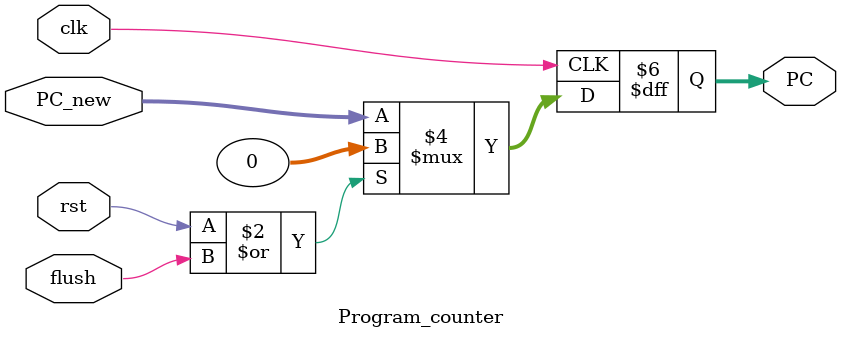
<source format=sv>
module Program_counter (
    input logic [31:0] PC_new,
    input logic rst,
    clk,
    flush,
    output logic [31:0] PC
);

  always_ff @(posedge clk) begin
    if (rst | flush) PC <= 0;
    else PC <= PC_new;
  end

endmodule

</source>
